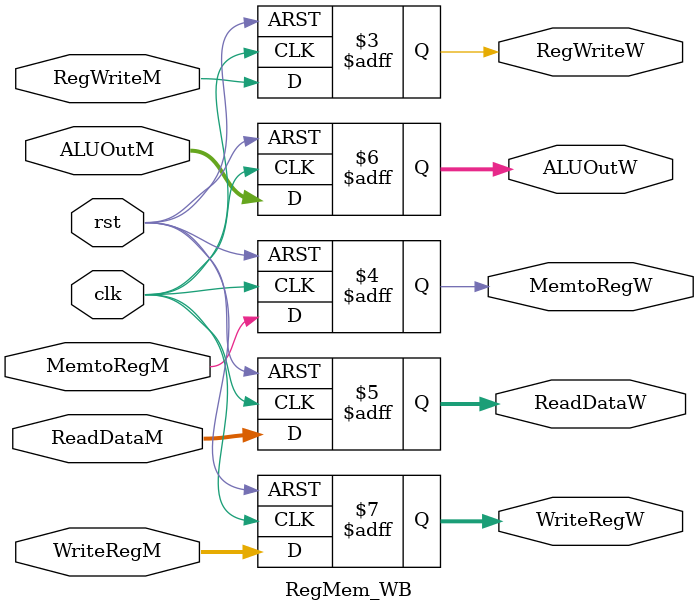
<source format=v>
module RegMem_WB(clk, rst, RegWriteM, RegWriteW, MemtoRegM, MemtoRegW,
		 ReadDataM, ReadDataW, ALUOutM, ALUOutW, WriteRegM, WriteRegW);
		 
  input clk, rst, RegWriteM, MemtoRegM;
  input [31:0] ReadDataM, ALUOutM;
  input [4:0] WriteRegM;

  output reg RegWriteW, MemtoRegW;
  output reg [31:0] ReadDataW, ALUOutW;
  output reg [4:0] WriteRegW;

  always @ (posedge clk or negedge rst) 
  begin
    if (!rst) 
	 begin
      RegWriteW <= 0;
		MemtoRegW <= 0;
		ReadDataW <= 0;
		ALUOutW <= 0;
		WriteRegW <= 0;
    end
    else 
	 begin
	   WriteRegW <= WriteRegM;
      RegWriteW <= RegWriteM;
		MemtoRegW <= MemtoRegM;
		ReadDataW <= ReadDataM;
		ALUOutW <= ALUOutM;
    end
  end
endmodule



</source>
